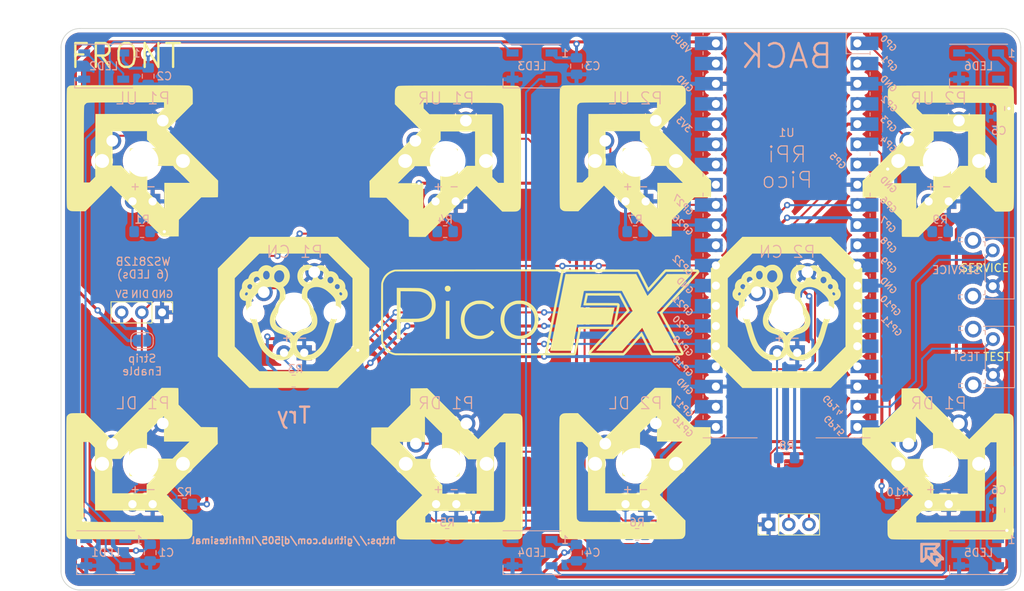
<source format=kicad_pcb>
(kicad_pcb (version 20211014) (generator pcbnew)
  (layers (0 "F.Cu" signal) (31 "B.Cu" signal) (34 "B.Paste" user) (35 "F.Paste" user) (36 "B.SilkS" user "B.Silkscreen") (37 "F.SilkS" user "F.Silkscreen") (38 "B.Mask" user) (39 "F.Mask" user) (44 "Edge.Cuts" user))
  (net 0 "")
  (net 1 "+5V")
  (net 2 "GND")
  (net 3 "P1 UL")
  (net 4 "P1 UL LED")
  (net 5 "P1 DL")
  (net 6 "P1 DL LED")
  (net 7 "P1 CN LED")
  (net 8 "P1 UR")
  (net 9 "P1 UR LED")
  (net 10 "P1 DR")
  (net 11 "P1 DR LED")
  (net 12 "P2 UL")
  (net 13 "P2 UL LED")
  (net 14 "P2 DL")
  (net 15 "P2 DL LED")
  (net 16 "P2 CN LED")
  (net 17 "P2 UR")
  (net 18 "P2 UR LED")
  (net 19 "P2 DR")
  (net 20 "P2 DR LED")
  (net 28 "P2 CN")
  (net 29 "P1 CN")
  (net 32 "SERVICE")
  (net 33 "TEST")
  (net 34 "WS2812B DIN")
  (net 35 "Net-(MX1-Pad3)")
  (net 36 "Net-(MX2-Pad3)")
  (net 37 "Net-(MX3-Pad3)")
  (net 38 "Net-(MX4-Pad3)")
  (net 39 "Net-(MX5-Pad3)")
  (net 40 "Net-(MX6-Pad3)")
  (net 41 "Net-(MX7-Pad3)")
  (net 42 "Net-(MX8-Pad3)")
  (net 43 "Net-(MX9-Pad3)")
  (net 44 "Net-(MX10-Pad3)")
  (net 46 "WS2812B 1-2")
  (net 47 "WS2812B 2-3")
  (net 48 "WS2812B 3-4")
  (net 49 "WS2812B 4-5")
  (net 50 "WS2812B 5-6")
  (footprint "MX_Only:MXOnly-1U" (layer "F.Cu") (at 192.0875 114.3)
    (fp_text reference "MX10")
    (fp_text value "MX-LED")
  )
  (footprint "LogoFootprints:PicoFX" (layer "F.Cu") (at 141.986 95.25)
    (fp_text reference "G***" hide)
    (fp_text value "LOGO" hide)
  )
  (footprint "MX_Only:MXOnly-1U" (layer "F.Cu") (at 92.00525 114.3)
    (fp_text reference "MX1")
    (fp_text value "MX-LED")
  )
  (footprint "MX_Only:MXOnly-1U" (layer "F.Cu") (at 111.05525 95.25)
    (fp_text reference "MX3")
    (fp_text value "MX-LED")
  )
  (footprint "LogoFootprints:Arrow_19_05mm" (layer "F.Cu") (at 153.924 114.3 180)
    (fp_text reference "G***" hide)
    (fp_text value "LOGO" hide)
  )
  (footprint "Connector_PinHeader_2.54mm:PinHeader_1x03_P2.54mm_Vertical" (layer "F.Cu") (at 170.703 121.92 90)
    (fp_text reference "REF**" hide)
    (fp_text value "PinHeader_1x03_P2.54mm_Vertical" hide)
  )
  (footprint "LogoFootprints:CenterStep" (layer "F.Cu") (at 172.974 95.25)
    (fp_text reference "G***" hide)
    (fp_text value "LOGO" hide)
  )
  (footprint "MX_Only:MXOnly-1U" (layer "F.Cu") (at 153.9875 76.2)
    (fp_text reference "MX7")
    (fp_text value "MX-LED")
  )
  (footprint "LogoFootprints:Arrow_19_05mm" (layer "F.Cu") (at 192.024 114.3 -90)
    (fp_text reference "G***" hide)
    (fp_text value "LOGO" hide)
  )
  (footprint "Connector_PinHeader_2.54mm:PinHeader_1x03_P2.54mm_Vertical" (layer "F.Cu") (at 94.45625 95.25 -90)
    (fp_text reference "REF**" hide)
    (fp_text value "PinHeader_1x03_P2.54mm_Vertical" hide)
  )
  (footprint "LogoFootprints:Arrow_19_05mm" (layer "F.Cu") (at 130.048 76.2)
    (fp_text reference "G***" hide)
    (fp_text value "LOGO" hide)
  )
  (footprint "LogoFootprints:Arrow_19_05mm" (layer "F.Cu") (at 91.948 114.3 180)
    (fp_text reference "G***" hide)
    (fp_text value "LOGO" hide)
  )
  (footprint "MX_Only:MXOnly-1U" (layer "F.Cu") (at 173.0375 95.25)
    (fp_text reference "MX8")
    (fp_text value "MX-LED")
  )
  (footprint "LogoFootprints:Arrow_19_05mm" (layer "F.Cu") (at 153.924 76.2 90)
    (fp_text reference "G***" hide)
    (fp_text value "LOGO" hide)
  )
  (footprint "LogoFootprints:Arrow_19_05mm" (layer "F.Cu") (at 91.948 76.2 90)
    (fp_text reference "G***" hide)
    (fp_text value "LOGO" hide)
  )
  (footprint "MX_Only:MXOnly-1U" (layer "F.Cu") (at 130.175 114.3)
    (fp_text reference "MX5")
    (fp_text value "MX-LED")
  )
  (footprint "LogoFootprints:CenterStep" (layer "F.Cu") (at 110.998 95.25)
    (fp_text reference "G***" hide)
    (fp_text value "LOGO" hide)
  )
  (footprint "MX_Only:MXOnly-1U" (layer "F.Cu") (at 92.00525 76.2)
    (fp_text reference "MX2")
    (fp_text value "MX-LED")
  )
  (footprint "MX_Only:MXOnly-1U" (layer "F.Cu") (at 153.9875 114.3)
    (fp_text reference "MX6")
    (fp_text value "MX-LED")
  )
  (footprint "MX_Only:MXOnly-1U" (layer "F.Cu") (at 130.10525 76.2)
    (fp_text reference "MX4")
    (fp_text value "MX-LED")
  )
  (footprint "LogoFootprints:Arrow_19_05mm" (layer "F.Cu") (at 130.302 114.3 -90)
    (fp_text reference "G***" hide)
    (fp_text value "LOGO" hide)
  )
  (footprint "MX_Only:MXOnly-1U" (layer "F.Cu") (at 192.0875 76.2)
    (fp_text reference "MX9")
    (fp_text value "MX-LED")
  )
  (footprint "LogoFootprints:Arrow_19_05mm" (layer "F.Cu") (at 192.024 76.2)
    (fp_text reference "G***" hide)
    (fp_text value "LOGO" hide)
  )
  (footprint "LED_SMD:LED_WS2812B_PLCC4_5.0x5.0mm_P3.2mm" (layer "B.Cu") (at 140.97 64.262 180)
    (fp_text reference "LED3")
    (fp_text value "WS2812B")
  )
  (footprint "LogoFootprints:InfinitesimalLoop_18mm" (layer "B.Cu") (at 110.998 114.046 180)
    (fp_text reference "G***" hide)
    (fp_text value "LOGO" hide)
  )
  (footprint "LogoFootprints:Arrow_3mm" (layer "B.Cu") (at 191.262 125.73 180)
    (fp_text reference "G***" hide)
    (fp_text value "LOGO" hide)
  )
  (footprint "Jumper:SolderJumper-2_P1.3mm_Open_RoundedPad1.0x1.5mm" (layer "B.Cu") (at 91.948 98.806 180)
    (fp_text reference "REF**" hide)
    (fp_text value "SolderJumper-2_P1.3mm_Open_RoundedPad1.0x1.5mm" hide)
  )
  (footprint "Capacitor_SMD:C_0805_2012Metric_Pad1.18x1.45mm_HandSolder" (layer "B.Cu") (at 92.964 125.476 -90)
    (fp_text reference "C1")
    (fp_text value "1000uF")
  )
  (footprint "Resistor_SMD:R_0805_2012Metric_Pad1.20x1.40mm_HandSolder" (layer "B.Cu") (at 154.178 123.19 180)
    (fp_text reference "R6")
    (fp_text value "330Ω")
  )
  (footprint "Capacitor_SMD:C_0805_2012Metric_Pad1.18x1.45mm_HandSolder" (layer "B.Cu") (at 92.71 65.532 -90)
    (fp_text reference "C2")
    (fp_text value "1000uF")
  )
  (footprint "Resistor_SMD:R_0805_2012Metric_Pad1.20x1.40mm_HandSolder" (layer "B.Cu") (at 172.974 113.538 180)
    (fp_text reference "R8")
    (fp_text value "330Ω")
  )
  (footprint "Resistor_SMD:R_0805_2012Metric_Pad1.20x1.40mm_HandSolder" (layer "B.Cu") (at 192.278 85.09)
    (fp_text reference "R9")
    (fp_text value "330Ω")
  )
  (footprint "LED_SMD:LED_WS2812B_PLCC4_5.0x5.0mm_P3.2mm" (layer "B.Cu") (at 140.97 125.476 180)
    (fp_text reference "LED4")
    (fp_text value "WS2812B")
  )
  (footprint "Resistor_SMD:R_0805_2012Metric_Pad1.20x1.40mm_HandSolder" (layer "B.Cu") (at 186.944 119.38)
    (fp_text reference "R10")
    (fp_text value "330Ω")
  )
  (footprint "MCU_RaspberryPi_and_Boards:RPi_Pico_SMD_TH" (layer "B.Cu") (at 172.96775 85.532998 180)
    (fp_text reference "U1")
    (fp_text value "Pico")
  )
  (footprint "LED_SMD:LED_WS2812B_PLCC4_5.0x5.0mm_P3.2mm" (layer "B.Cu") (at 197.104 64.262 180)
    (fp_text reference "LED6")
    (fp_text value "WS2812B")
  )
  (footprint "Capacitor_SMD:C_0805_2012Metric_Pad1.18x1.45mm_HandSolder" (layer "B.Cu") (at 146.558 125.476 -90)
    (fp_text reference "C4")
    (fp_text value "1000uF")
  )
  (footprint "LED_SMD:LED_WS2812B_PLCC4_5.0x5.0mm_P3.2mm" (layer "B.Cu") (at 87.122 64.262 180)
    (fp_text reference "LED2")
    (fp_text value "WS2812B")
  )
  (footprint "Resistor_SMD:R_0805_2012Metric_Pad1.20x1.40mm_HandSolder" (layer "B.Cu") (at 97.282 119.38 180)
    (fp_text reference "R2")
    (fp_text value "330Ω")
  )
  (footprint "Button_Switch_THT:SW_Tactile_SPST_Angled_PTS645Vx39-2LFS" (layer "B.Cu") (at 198.882 91.948 90)
    (fp_text reference "REF**" hide)
    (fp_text value "SW_Tactile_SPST_Angled_PTS645Vx39-2LFS")
  )
  (footprint "Resistor_SMD:R_0805_2012Metric_Pad1.20x1.40mm_HandSolder" (layer "B.Cu") (at 130.048 85.09)
    (fp_text reference "R4")
    (fp_text value "330Ω")
  )
  (footprint "Resistor_SMD:R_0805_2012Metric_Pad1.20x1.40mm_HandSolder" (layer "B.Cu") (at 153.924 85.09 180)
    (fp_text reference "R7")
    (fp_text value "330Ω")
  )
  (footprint "Button_Switch_THT:SW_Tactile_SPST_Angled_PTS645Vx39-2LFS" (layer "B.Cu") (at 198.9155 103.113 90)
    (fp_text reference "REF**" hide)
    (fp_text value "SW_Tactile_SPST_Angled_PTS645Vx39-2LFS")
  )
  (footprint "Capacitor_SMD:C_0805_2012Metric_Pad1.18x1.45mm_HandSolder" (layer "B.Cu") (at 199.644 69.596 -90)
    (fp_text reference "C5")
    (fp_text value "1000uF")
  )
  (footprint "Capacitor_SMD:C_0805_2012Metric_Pad1.18x1.45mm_HandSolder" (layer "B.Cu") (at 199.644 120.142 90)
    (fp_text reference "C6")
    (fp_text value "1000uF")
  )
  (footprint "Resistor_SMD:R_0805_2012Metric_Pad1.20x1.40mm_HandSolder" (layer "B.Cu") (at 110.998 103.886)
    (fp_text reference "R3")
    (fp_text value "330Ω")
  )
  (footprint "LED_SMD:LED_WS2812B_PLCC4_5.0x5.0mm_P3.2mm" (layer "B.Cu") (at 87.376 125.476 180)
    (fp_text reference "LED1")
    (fp_text value "WS2812B")
  )
  (footprint "Capacitor_SMD:C_0805_2012Metric_Pad1.18x1.45mm_HandSolder" (layer "B.Cu") (at 146.558 64.262 -90)
    (fp_text reference "C3")
    (fp_text value "1000uF")
  )
  (footprint "LED_SMD:LED_WS2812B_PLCC4_5.0x5.0mm_P3.2mm" (layer "B.Cu") (at 197.104 125.476 180)
    (fp_text reference "LED5")
    (fp_text value "WS2812B")
  )
  (footprint "Resistor_SMD:R_0805_2012Metric_Pad1.20x1.40mm_HandSolder" (layer "B.Cu") (at 91.948 85.09 180)
    (fp_text reference "R1")
    (fp_text value "330Ω")
  )
  (footprint "LogoFootprints:InfinitesimalLogo_18mm" (layer "B.Cu") (at 110.998 120.65 180)
    (fp_text reference "G***" hide)
    (fp_text value "LOGO" hide)
  )
  (footprint "Resistor_SMD:R_0805_2012Metric_Pad1.20x1.40mm_HandSolder" (layer "B.Cu") (at 130.302 123.19 180)
    (fp_text reference "R5")
    (fp_text value "330Ω")
  )
  (gr_line (start 84.1375 59.53125) (end 200.025 59.53125) (layer "Edge.Cuts") (width 0.1))
  (gr_line (start 81.75625 127.79375) (end 81.75625 61.9125) (layer "Edge.Cuts") (width 0.1))
  (gr_arc (start 81.75625 61.9125) (mid 82.453702 60.228702) (end 84.1375 59.53125) (layer "Edge.Cuts") (width 0.1))
  (gr_arc (start 200.025 59.53125) (mid 201.708798 60.228702) (end 202.40625 61.9125) (layer "Edge.Cuts") (width 0.1))
  (gr_line (start 200.025 130.175) (end 84.1375 130.175) (layer "Edge.Cuts") (width 0.1))
  (gr_arc (start 84.1375 130.175) (mid 82.453702 129.477548) (end 81.75625 127.79375) (layer "Edge.Cuts") (width 0.1))
  (gr_line (start 202.40625 61.9125) (end 202.40625 127.79375) (layer "Edge.Cuts") (width 0.1))
  (gr_arc (start 202.40625 127.79375) (mid 201.708798 129.477548) (end 200.025 130.175) (layer "Edge.Cuts") (width 0.1))
  (gr_text "- +" (at 153.9875 117.475) (layer "B.SilkS") (effects (font (size 1 1)) (justify mirror)))
  (gr_text "P2 UL" (at 153.9875 68.326) (layer "B.SilkS") (effects (font (size 1.5 1.5)) (justify mirror)))
  (gr_text "P1 DR" (at 130.175 106.68) (layer "B.SilkS") (effects (font (size 1.5 1.5)) (justify mirror)))
  (gr_text "- +" (at 130.175 117.475) (layer "B.SilkS") (effects (font (size 1 1)) (justify mirror)))
  (gr_text "GP15" (at 178.962 109.474 -225) (layer "B.SilkS") (effects (font (size 0.8 0.8)) (justify mirror)))
  (gr_text "- +" (at 130.175 79.375) (layer "B.SilkS") (effects (font (size 1 1)) (justify mirror)))
  (gr_text "- +" (at 111.125 98.425) (layer "B.SilkS") (effects (font (size 1 1)) (justify mirror)))
  (gr_text "SERVICE" (at 194.31 89.916) (layer "B.SilkS") (effects (font (size 1 1)) (justify mirror)))
  (gr_text "- +" (at 192.0875 117.475) (layer "B.SilkS") (effects (font (size 1 1)) (justify mirror)))
  (gr_text "https://github.com/dj505/Infinitesimal\n" (at 110.998 123.952) (layer "B.SilkS") (effects (font (size 0.85 0.85) (thickness 0.1875)) (justify mirror)))
  (gr_text "GP14" (at 178.816 106.934 -225) (layer "B.SilkS") (effects (font (size 0.8 0.8)) (justify mirror)))
  (gr_text "WS2812B\n(6 LEDs)" (at 92.075 89.662) (layer "B.SilkS") (effects (font (size 1 1)) (justify mirror)))
  (gr_text "P2 CN" (at 173.0375 87.63) (layer "B.SilkS") (effects (font (size 1.5 1.5)) (justify mirror)))
  (gr_text "P2 UR" (at 192.0875 68.326) (layer "B.SilkS") (effects (font (size 1.5 1.5)) (justify mirror)))
  (gr_text "P1 UL" (at 92.075 68.326) (layer "B.SilkS") (effects (font (size 1.5 1.5)) (justify mirror)))
  (gr_text "DIN\n" (at 91.694 92.964) (layer "B.SilkS") (effects (font (size 0.9 0.9)) (justify mirror)))
  (gr_text "P1 UR" (at 130.175 68.326) (layer "B.SilkS") (effects (font (size 1.5 1.5)) (justify mirror)))
  (gr_text "- +" (at 92.075 79.375) (layer "B.SilkS") (effects (font (size 1 1)) (justify mirror)))
  (gr_text "BACK" (at 172.974 62.992) (layer "B.SilkS") (effects (font (size 3 3) (thickness 0.3)) (justify mirror)))
  (gr_text "Strip\nEnable" (at 91.948 101.854) (layer "B.SilkS") (effects (font (size 1 1)) (justify mirror)))
  (gr_text "- +" (at 92.075 117.475) (layer "B.SilkS") (effects (font (size 1 1)) (justify mirror)))
  (gr_text "TEST" (at 195.58 100.838) (layer "B.SilkS") (effects (font (size 1 1)) (justify mirror)))
  (gr_text "Try" (at 110.998 108.204) (layer "B.SilkS") (effects (font (size 2 2) (thickness 0.3)) (justify mirror)))
  (gr_text "- +" (at 173.0375 98.425) (layer "B.SilkS") (effects (font (size 1 1)) (justify mirror)))
  (gr_text "P1 CN" (at 111.125 87.63) (layer "B.SilkS") (effects (font (size 1.5 1.5)) (justify mirror)))
  (gr_text "5V" (at 89.408 92.964) (layer "B.SilkS") (effects (font (size 0.9 0.9)) (justify mirror)))
  (gr_text "- +" (at 153.9875 79.375) (layer "B.SilkS") (effects (font (size 1 1)) (justify mirror)))
  (gr_text "P2 DL" (at 153.9875 106.68) (layer "B.SilkS") (effects (font (size 1.5 1.5)) (justify mirror)))
  (gr_text "P1 DR" (at 192.0875 106.68) (layer "B.SilkS") (effects (font (size 1.5 1.5)) (justify mirror)))
  (gr_text "- +" (at 192.0875 79.375) (layer "B.SilkS") (effects (font (size 1 1)) (justify mirror)))
  (gr_text "P1 DL" (at 92.075 106.68) (layer "B.SilkS") (effects (font (size 1.5 1.5)) (justify mirror)))
  (gr_text "RPi\nPico" (at 173.0375 76.99375) (layer "B.SilkS") (effects (font (size 2 2)) (justify mirror)))
  (gr_text "GND" (at 94.488 92.964) (layer "B.SilkS") (effects (font (size 0.9 0.9)) (justify mirror)))
  (gr_text "FRONT" (at 89.916 62.992) (layer "F.SilkS") (effects (font (size 3 3) (thickness 0.3))))
  (gr_text "TEST" (at 199.39 100.838) (layer "F.SilkS") (effects (font (size 1 1))))
  (gr_text "SERVICE" (at 197.866 89.662) (layer "F.SilkS") (effects (font (size 1 1))))
  (segment (start 83.566 122.682) (end 83.566 97.536) (width 0.381) (layer "F.Cu") (net 1))
  (segment (start 199.39 128.524) (end 200.66 127.254) (width 0.381) (layer "F.Cu") (net 1))
  (segment (start 93.218 61.214) (end 85.852 61.214) (width 0.381) (layer "F.Cu") (net 1))
  (segment (start 91.186 125.222) (end 86.106 125.222) (width 0.381) (layer "F.Cu") (net 1))
  (segment (start 200.914 78.232) (end 194.31 84.836) (width 0.381) (layer "F.Cu") (net 1))
  (segment (start 86.106 125.222) (end 83.566 122.682) (width 0.381) (layer "F.Cu") (net 1))
  (segment (start 141.859 128.524) (end 85.09 128.524) (width 0.381) (layer "F.Cu") (net 1))
  (segment (start 144.907 125.476) (end 141.859 128.524) (width 0.381) (layer "F.Cu") (net 1))
  (segment (start 146.558 61.468) (end 146.812 61.214) (width 0.381) (layer "F.Cu") (net 1))
  (segment (start 200.914 69.596) (end 200.914 78.232) (width 0.381) (layer "F.Cu") (net 1))
  (segment (start 85.09 128.524) (end 83.566 127) (width 0.381) (layer "F.Cu") (net 1))
  (segment (start 146.558 61.468) (end 146.304 61.214) (width 0.381) (layer "F.Cu") (net 1))
  (segment (start 163.888752 61.214) (end 164.07775 61.402998) (width 0.381) (layer "F.Cu") (net 1))
  (segment (start 86.36 94.996) (end 83.566 92.202) (width 0.381) (layer "F.Cu") (net 1))
  (segment (start 146.812 61.214) (end 163.888752 61.214) (width 0.381) (layer "F.Cu") (net 1))
  (segment (start 83.566 63.5) (end 83.566 92.202) (width 0.381) (layer "F.Cu") (net 1))
  (segment (start 146.304 61.214) (end 93.218 61.214) (width 0.381) (layer "F.Cu") (net 1))
  (segment (start 83.566 127) (end 83.566 122.682) (width 0.381) (layer "F.Cu") (net 1))
  (segment (start 83.566 92.202) (end 83.566 97.536) (width 0.381) (layer "F.Cu") (net 1))
  (segment (start 200.66 112.014) (end 200.66 122.682) (width 0.381) (layer "F.Cu") (net 1))
  (segment (start 92.71 62.738) (end 94.234 61.214) (width 0.381) (layer "F.Cu") (net 1))
  (segment (start 200.66 125.476) (end 200.66 122.682) (width 0.381) (layer "F.Cu") (net 1))
  (segment (start 85.852 61.214) (end 83.566 63.5) (width 0.381) (layer "F.Cu") (net 1))
  (segment (start 145.034 125.476) (end 144.907 125.476) (width 0.381) (layer "F.Cu") (net 1))
  (segment (start 139.954 128.524) (end 199.39 128.524) (width 0.381) (layer "F.Cu") (net 1))
  (segment (start 94.234 61.214) (end 93.218 61.214) (width 0.381) (layer "F.Cu") (net 1))
  (segment (start 200.66 127.254) (end 200.66 125.222) (width 0.381) (layer "F.Cu") (net 1))
  (segment (start 194.31 105.664) (end 200.66 112.014) (width 0.381) (layer "F.Cu") (net 1))
  (segment (start 194.31 84.836) (end 194.31 105.664) (width 0.381) (layer "F.Cu") (net 1))
  (via (at 145.034 125.476) (size 0.8) (drill 0.4) (layers "F.Cu" "B.Cu") (net 1))
  (via (at 200.914 69.596) (size 0.8) (drill 0.4) (layers "F.Cu" "B.Cu") (net 1))
  (via (at 92.71 62.738) (size 0.8) (drill 0.4) (layers "F.Cu" "B.Cu") (net 1))
  (via (at 86.36 94.996) (size 0.8) (drill 0.4) (layers "F.Cu" "B.Cu") (net 1))
  (via (at 146.558 61.468) (size 0.8) (drill 0.4) (layers "F.Cu" "B.Cu") (net 1))
  (via (at 200.66 122.682) (size 0.8) (drill 0.4) (layers "F.Cu" "B.Cu") (net 1))
  (via (at 91.186 125.222) (size 0.8) (drill 0.4) (layers "F.Cu" "B.Cu") (net 1))
  (segment (start 200.66 122.682) (end 200.66 122.1955) (width 0.381) (layer "B.Cu") (net 1))
  (segment (start 90.17 98.806) (end 91.298 98.806) (width 0.381) (layer "B.Cu") (net 1))
  (segment (start 92.2235 123.698) (end 89.954 123.698) (width 0.381) (layer "B.Cu") (net 1))
  (segment (start 92.202 97.282) (end 92.598 97.678) (width 0.381) (layer "B.Cu") (net 1))
  (segment (start 199.644 68.5585) (end 201.168 67.0345) (width 0.381) (layer "B.Cu") (net 1))
  (segment (start 146.558 63.2245) (end 144.0325 63.2245) (width 0.381) (layer "B.Cu") (net 1))
  (segment (start 144.0325 124.4385) (end 143.42 123.826) (width 0.381) (layer "B.Cu") (net 1))
  (segment (start 201.168 64.226) (end 199.554 62.612) (width 0.381) (layer "B.Cu") (net 1))
  (segment (start 146.558 61.468) (end 146.558 63.2245) (width 0.381) (layer "B.Cu") (net 1))
  (segment (start 92.598 97.678) (end 92.598 98.806) (width 0.381) (layer "B.Cu") (net 1))
  (segment (start 89.572 63.664) (end 90.424 64.516) (width 0.381) (layer "B.Cu") (net 1))
  (segment (start 199.644 123.736) (end 199.554 123.826) (width 0.381) (layer "B.Cu") (net 1))
  (segment (start 199.644 121.1795) (end 199.644 123.736) (width 0.381) (layer "B.Cu") (net 1))
  (segment (start 92.71 62.738) (end 92.71 64.4945) (width 0.381) (layer "B.Cu") (net 1))
  (segment (start 144.0325 63.2245) (end 143.42 62.612) (width 0.381) (layer "B.Cu") (net 1))
  (segment (start 89.37625 96.74225) (end 89.916 97.282) (width 0.381) (layer "B.Cu") (net 1))
  (segment (start 89.572 62.612) (end 89.572 63.664) (width 0.381) (layer "B.Cu") (net 1))
  (segment (start 90.424 64.516) (end 92.4775 64.516) (width 0.381) (layer "B.Cu") (net 1))
  (segment (start 91.186 125.222) (end 92.1805 125.222) (width 0.381) (layer "B.Cu") (net 1))
  (segment (start 145.5205 125.476) (end 146.558 124.4385) (width 0.381) (layer "B.Cu") (net 1))
  (segment (start 200.66 122.1955) (end 199.644 121.1795) (width 0.381) (layer "B.Cu") (net 1))
  (segment (start 89.954 123.698) (end 89.826 123.826) (width 0.381) (layer "B.Cu") (net 1))
  (segment (start 86.36 94.996) (end 90.17 98.806) (width 0.381) (layer "B.Cu") (net 1))
  (segment (start 92.964 124.4385) (end 92.2235 123.698) (width 0.381) (layer "B.Cu") (net 1))
  (segment (start 201.168 67.0345) (end 201.168 64.226) (width 0.381) (layer "B.Cu") (net 1))
  (segment (start 146.558 124.4385) (end 144.0325 124.4385) (width 0.381) (layer "B.Cu") (net 1))
  (segment (start 200.6815 69.596) (end 199.644 68.5585) (width 0.381) (layer "B.Cu") (net 1))
  (segment (start 89.37625 95.25) (end 89.37625 96.74225) (width 0.381) (layer "B.Cu") (net 1))
  (segment (start 92.1805 125.222) (end 92.964 124.4385) (width 0.381) (layer "B.Cu") (net 1))
  (segment (start 145.034 125.476) (end 145.5205 125.476) (width 0.381) (layer "B.Cu") (net 1))
  (segment (start 89.916 97.282) (end 92.202 97.282) (width 0.381) (layer "B.Cu") (net 1))
  (segment (start 200.914 69.596) (end 200.6815 69.596) (width 0.381) (layer "B.Cu") (net 1))
  (segment (start 88.19525 111.44875) (end 88.19525 111.567998) (width 0.254) (layer "F.Cu") (net 3))
  (segment (start 123.825 95.25) (end 142.494 95.25) (width 0.254) (layer "F.Cu") (net 3))
  (segment (start 116.459 102.616) (end 97.028 102.616) (width 0.254) (layer "F.Cu") (net 3))
  (segment (start 119.0625 100.0125) (end 116.459 102.616) (width 0.254) (layer "F.Cu") (net 3))
  (segment (start 97.028 102.616) (end 88.19525 111.44875) (width 0.254) (layer "F.Cu") (net 3))
  (via (at 123.825 95.25) (size 0.8) (drill 0.4) (layers "F.Cu" "B.Cu") (net 3))
  (via (at 142.494 95.25) (size 0.8) (drill 0.4) (layers "F.Cu" "B.Cu") (net 3))
  (via (at 119.0625 100.0125) (size 0.8) (drill 0.4) (layers "F.Cu" "B.Cu") (net 3))
  (segment (start 119.0625 100.0125) (end 123.825 95.25) (width 0.254) (layer "B.Cu") (net 3))
  (segment (start 163.250748 95.25) (end 164.07775 94.422998) (width 0.254) (layer "B.Cu") (net 3))
  (segment (start 142.494 95.25) (end 163.250748 95.25) (width 0.254) (layer "B.Cu") (net 3))
  (segment (start 125.287002 96.962998) (end 142.494 96.962998) (width 0.381) (layer "F.Cu") (net 4))
  (segment (start 118.618 103.632) (end 120.65 101.6) (width 0.381) (layer "F.Cu") (net 4))
  (segment (start 103.139875 103.632) (end 118.618 103.632) (width 0.381) (layer "F.Cu") (net 4))
  (segment (start 100.076 106.695875) (end 103.139875 103.632) (width 0.381) (layer "F.Cu") (net 4))
  (segment (start 100.076 119.38) (end 100.076 106.695875) (width 0.381) (layer "F.Cu") (net 4))
  (via (at 100.076 119.38) (size 0.8) (drill 0.4) (layers "F.Cu" "B.Cu") (net 4))
  (via (at 120.65 101.6) (size 0.8) (drill 0.4) (layers "F.Cu" "B.Cu") (net 4))
  (via (at 142.494 96.962998) (size 0.8) (drill 0.4) (layers "F.Cu" "B.Cu") (net 4))
  (via (at 125.287002 96.962998) (size 0.8) (drill 0.4) (layers "F.Cu" "B.Cu") (net 4))
  (segment (start 120.65 101.6) (end 125.287002 96.962998) (width 0.381) (layer "B.Cu") (net 4))
  (segment (start 100.076 119.38) (end 98.282 119.38) (width 0.381) (layer "B.Cu") (net 4))
  (segment (start 142.494 96.962998) (end 164.07775 96.962998) (width 0.381) (layer "B.Cu") (net 4))
  (segment (start 88.638248 73.025) (end 88.19525 73.467998) (width 0.254) (layer "F.Cu") (net 5))
  (segment (start 115.8875 86.51875) (end 111.125 86.51875) (width 0.254) (layer "F.Cu") (net 5))
  (segment (start 120.396 94.488) (end 120.396 91.02725) (width 0.254) (layer "F.Cu") (net 5))
  (segment (start 97.63125 73.025) (end 88.638248 73.025) (width 0.254) (layer "F.Cu") (net 5))
  (segment (start 125.12675 99.21875) (end 120.396 94.488) (width 0.254) (layer "F.Cu") (net 5))
  (segment (start 120.396 91.02725) (end 115.8875 86.51875) (width 0.254) (layer "F.Cu") (net 5))
  (segment (start 111.125 86.51875) (end 97.63125 73.025) (width 0.254) (layer "F.Cu") (net 5))
  (segment (start 142.494 99.21875) (end 125.12675 99.21875) (width 0.254) (layer "F.Cu") (net 5))
  (via (at 142.494 99.21875) (size 0.8) (drill 0.4) (layers "F.Cu" "B.Cu") (net 5))
  (segment (start 142.494 99.21875) (end 163.793502 99.21875) (width 0.254) (layer "B.Cu") (net 5))
  (segment (start 163.793502 99.21875) (end 164.07775 99.502998) (width 0.254) (layer "B.Cu") (net 5))
  (segment (start 125.4125 100.80625) (end 142.494 100.80625) (width 0.381) (layer "F.Cu") (net 6))
  (segment (start 94.742 85.09) (end 107.95 85.09) (width 0.381) (layer "F.Cu") (net 6))
  (segment (start 119.38 91.44) (end 119.38 94.77375) (width 0.381) (layer "F.Cu") (net 6))
  (segment (start 110.49 87.63) (end 115.57 87.63) (width 0.381) (layer "F.Cu") (net 6))
  (segment (start 119.38 94.77375) (end 125.4125 100.80625) (width 0.381) (layer "F.Cu") (net 6))
  (segment (start 107.95 85.09) (end 110.49 87.63) (width 0.381) (layer "F.Cu") (net 6))
  (segment (start 115.57 87.63) (end 119.38 91.44) (width 0.381) (layer "F.Cu") (net 6))
  (via (at 142.494 100.80625) (size 0.8) (drill 0.4) (layers "F.Cu" "B.Cu") (net 6))
  (via (at 94.742 85.09) (size 0.8) (drill 0.4) (layers "F.Cu" "B.Cu") (net 6))
  (segment (start 142.494 100.80625) (end 158.75 100.80625) (width 0.381) (layer "B.Cu") (net 6))
  (segment (start 94.742 85.09) (end 92.948 85.09) (width 0.381) (layer "B.Cu") (net 6))
  (segment (start 158.75 100.80625) (end 159.986748 102.042998) (width 0.381) (layer "B.Cu") (net 6))
  (segment (start 159.986748 102.042998) (end 164.07775 102.042998) (width 0.381) (layer "B.Cu") (net 6))
  (segment (start 178.816 111.252) (end 178.816 102.616) (width 0.381) (layer "F.Cu") (net 7))
  (segment (start 161.036 126.492) (end 171.958 115.57) (width 0.381) (layer "F.Cu") (net 7))
  (segment (start 171.958 113.538) (end 172.466 113.03) (width 0.381) (layer "F.Cu") (net 7))
  (segment (start 107.696 98.298) (end 107.95 98.552) (width 0.381) (layer "F.Cu") (net 7))
  (segment (start 150.368 126.492) (end 161.036 126.492) (width 0.381) (layer "F.Cu") (net 7))
  (segment (start 122.682 117.12575) (end 127.98425 122.428) (width 0.381) (layer "F.Cu") (net 7))
  (segment (start 172.466 113.03) (end 177.038 113.03) (width 0.381) (layer "F.Cu") (net 7))
  (segment (start 122.682 100.584) (end 122.682 117.12575) (width 0.381) (layer "F.Cu") (net 7))
  (segment (start 107.95 98.552) (end 120.65 98.552) (width 0.381) (layer "F.Cu") (net 7))
  (segment (start 120.65 98.552) (end 122.682 100.584) (width 0.381) (layer "F.Cu") (net 7))
  (segment (start 171.958 115.57) (end 171.958 113.538) (width 0.381) (layer "F.Cu") (net 7))
  (segment (start 177.038 113.03) (end 178.816 111.252) (width 0.381) (layer "F.Cu") (net 7))
  (segment (start 127.98425 122.428) (end 146.304 122.428) (width 0.381) (layer "F.Cu") (net 7))
  (segment (start 179.324 99.496748) (end 181.85775 96.962998) (width 0.381) (layer "F.Cu") (net 7))
  (segment (start 179.324 102.108) (end 179.324 99.496748) (width 0.381) (layer "F.Cu") (net 7))
  (segment (start 178.816 102.616) (end 179.324 102.108) (width 0.381) (layer "F.Cu") (net 7))
  (segment (start 146.304 122.428) (end 150.368 126.492) (width 0.381) (layer "F.Cu") (net 7))
  (via (at 107.696 98.298) (size 0.8) (drill 0.4) (layers "F.Cu" "B.Cu") (net 7))
  (segment (start 107.696 98.298) (end 107.696 101.584) (width 0.381) (layer "B.Cu") (net 7))
  (segment (start 107.696 101.584) (end 109.998 103.886) (width 0.381) (layer "B.Cu") (net 7))
  (segment (start 152.43175 121.44375) (end 158.607125 121.44375) (width 0.254) (layer "F.Cu") (net 8))
  (segment (start 158.607125 121.44375) (end 165.89375 114.157125) (width 0.254) (layer "F.Cu") (net 8))
  (segment (start 147.574 116.586) (end 152.43175 121.44375) (width 0.254) (layer "F.Cu") (net 8))
  (segment (start 126.29525 73.66) (end 126.54925 73.406) (width 0.254) (layer "F.Cu") (net 8))
  (segment (start 126.54925 73.406) (end 140.462 73.406) (width 0.254) (layer "F.Cu") (net 8))
  (segment (start 165.89375 114.157125) (end 165.89375 88.9) (width 0.254) (layer "F.Cu") (net 8))
  (segment (start 165.89375 88.9) (end 173.0375 81.75625) (width 0.254) (layer "F.Cu") (net 8))
  (segment (start 147.574 80.518) (end 147.574 116.586) (width 0.254) (layer "F.Cu") (net 8))
  (segment (start 140.462 73.406) (end 147.574 80.518) (width 0.254) (layer "F.Cu") (net 8))
  (via (at 173.0375 81.75625) (size 0.8) (drill 0.4) (layers "F.Cu" "B.Cu") (net 8))
  (segment (start 173.0375 81.75625) (end 181.824498 81.75625) (width 0.254) (layer "B.Cu") (net 8))
  (segment (start 181.824498 81.75625) (end 181.85775 81.722998) (width 0.254) (layer "B.Cu") (net 8))
  (segment (start 159.004 122.428) (end 167.132 114.3) (width 0.381) (layer "F.Cu") (net 9))
  (segment (start 167.132 103.954225) (end 166.641999 103.464224) (width 0.381) (layer "F.Cu") (net 9))
  (segment (start 144.526 78.994) (end 146.558 81.026) (width 0.381) (layer "F.Cu") (net 9))
  (segment (start 166.641999 89.739251) (end 173.0375 83.34375) (width 0.381) (layer "F.Cu") (net 9))
  (segment (start 146.558 81.026) (end 146.558 116.84) (width 0.381) (layer "F.Cu") (net 9))
  (segment (start 166.641999 103.464224) (end 166.641999 89.739251) (width 0.381) (layer "F.Cu") (net 9))
  (segment (start 167.132 114.3) (end 167.132 103.954225) (width 0.381) (layer "F.Cu") (net 9))
  (segment (start 152.146 122.428) (end 159.004 122.428) (width 0.381) (layer "F.Cu") (net 9))
  (segment (start 146.558 116.84) (end 152.146 122.428) (width 0.381) (layer "F.Cu") (net 9))
  (segment (start 126.746 78.994) (end 144.526 78.994) (width 0.381) (layer "F.Cu") (net 9))
  (via (at 173.0375 83.34375) (size 0.8) (drill 0.4) (layers "F.Cu" "B.Cu") (net 9))
  (via (at 126.746 78.994) (size 0.8) (drill 0.4) (layers "F.Cu" "B.Cu") (net 9))
  (segment (start 126.746 82.788) (end 129.048 85.09) (width 0.381) (layer "B.Cu") (net 9))
  (segment (start 173.0375 83.34375) (end 180.938502 83.34375) (width 0.381) (layer "B.Cu") (net 9))
  (segment (start 180.938502 83.34375) (end 181.85775 84.262998) (width 0.381) (layer "B.Cu") (net 9))
  (segment (start 126.746 78.994) (end 126.746 82.788) (width 0.381) (layer "B.Cu") (net 9))
  (segment (start 168.275 114.681) (end 168.275 103.98125) (width 0.254) (layer "F.Cu") (net 10))
  (segment (start 140.97 112.776) (end 151.638 123.444) (width 0.254) (layer "F.Cu") (net 10))
  (segment (start 176.5395 92.121248) (end 181.85775 86.802998) (width 0.254) (layer "F.Cu") (net 10))
  (segment (start 175.48225 102.39375) (end 176.5395 101.3365) (width 0.254) (layer "F.Cu") (net 10))
  (segment (start 169.8625 102.39375) (end 175.48225 102.39375) (width 0.254) (layer "F.Cu") (net 10))
  (segment (start 168.275 103.98125) (end 169.8625 102.39375) (width 0.254) (layer "F.Cu") (net 10))
  (segment (start 133.35 112.776) (end 140.97 112.776) (width 0.254) (layer "F.Cu") (net 10))
  (segment (start 132.334 111.76) (end 133.35 112.776) (width 0.254) (layer "F.Cu") (net 10))
  (segment (start 126.487252 111.76) (end 132.334 111.76) (width 0.254) (layer "F.Cu") (net 10))
  (segment (start 176.5395 101.3365) (end 176.5395 92.121248) (width 0.254) (layer "F.Cu") (net 10))
  (segment (start 159.512 123.444) (end 168.275 114.681) (width 0.254) (layer "F.Cu") (net 10))
  (segment (start 151.638 123.444) (end 159.512 123.444) (width 0.254) (layer "F.Cu") (net 10))
  (segment (start 169.8625 112.7125) (end 171.069 111.506) (width 0.381) (layer "F.Cu") (net 11))
  (segment (start 160.02 124.46) (end 169.8625 114.6175) (width 0.381) (layer "F.Cu") (net 11))
  (segment (start 133.604 120.396) (end 147.32 120.396) (width 0.381) (layer "F.Cu") (net 11))
  (segment (start 177.8 101.569053) (end 177.8 98.552) (width 0.381) (layer "F.Cu") (net 11))
  (segment (start 175.939854 111.506) (end 177.292 110.153854) (width 0.381) (layer "F.Cu") (net 11))
  (segment (start 180.659002 89.342998) (end 181.85775 89.342998) (width 0.381) (layer "F.Cu") (net 11))
  (segment (start 177.8 98.552) (end 179.832 96.52) (width 0.381) (layer "F.Cu") (net 11))
  (segment (start 177.292 102.077053) (end 177.8 101.569053) (width 0.381) (layer "F.Cu") (net 11))
  (segment (start 151.384 124.46) (end 160.02 124.46) (width 0.381) (layer "F.Cu") (net 11))
  (segment (start 147.32 120.396) (end 151.384 124.46) (width 0.381) (layer "F.Cu") (net 11))
  (segment (start 169.8625 114.6175) (end 169.8625 112.7125) (width 0.381) (layer "F.Cu") (net 11))
  (segment (start 171.069 111.506) (end 175.939854 111.506) (width 0.381) (layer "F.Cu") (net 11))
  (segment (start 179.832 90.17) (end 180.659002 89.342998) (width 0.381) (layer "F.Cu") (net 11))
  (segment (start 177.292 110.153854) (end 177.292 102.077053) (width 0.381) (layer "F.Cu") (net 11))
  (segment (start 179.832 96.52) (end 179.832 90.17) (width 0.381) (layer "F.Cu") (net 11))
  (via (at 133.604 120.396) (size 0.8) (drill 0.4) (layers "F.Cu" "B.Cu") (net 11))
  (segment (start 132.334 123.19) (end 131.302 123.19) (width 0.381) (layer "B.Cu") (net 11))
  (segment (start 133.604 120.396) (end 133.604 121.92) (width 0.381) (layer "B.Cu") (net 11))
  (segment (start 133.604 121.92) (end 132.334 123.19) (width 0.381) (layer "B.Cu") (net 11))
  (segment (start 164.07775 81.722998) (end 159.192998 81.722998) (width 0.254) (layer "F.Cu") (net 12))
  (segment (start 156.845 79.375) (end 153.19375 79.375) (width 0.254) (layer "F.Cu") (net 12))
  (segment (start 159.192998 81.722998) (end 156.845 79.375) (width 0.254) (layer "F.Cu") (net 12))
  (segment (start 150.8125 76.99375) (end 150.8125 74.295) (width 0.254) (layer "F.Cu") (net 12))
  (segment (start 150.8125 74.295) (end 150.1775 73.66) (width 0.254) (layer "F.Cu") (net 12))
  (segment (start 153.19375 79.375) (end 150.8125 76.99375) (width 0.254) (layer "F.Cu") (net 12))
  (segment (start 155.751002 84.262998) (end 154.924 85.09) (width 0.381) (layer "B.Cu") (net 13))
  (segment (start 164.07775 84.262998) (end 155.751002 84.262998) (width 0.381) (layer "B.Cu") (net 13))
  (segment (start 150.1775 111.76) (end 157.32125 111.76) (width 0.254) (layer "F.Cu") (net 14))
  (segment (start 161.958252 107.122998) (end 164.07775 107.122998) (width 0.254) (layer "F.Cu") (net 14))
  (segment (start 157.32125 111.76) (end 161.958252 107.122998) (width 0.254) (layer "F.Cu") (net 14))
  (segment (start 164.07775 109.662998) (end 160.847002 109.662998) (width 0.381) (layer "B.Cu") (net 15))
  (segment (start 157.226 113.284) (end 157.226 121.142) (width 0.381) (layer "B.Cu") (net 15))
  (segment (start 160.847002 109.662998) (end 157.226 113.284) (width 0.381) (layer "B.Cu") (net 15))
  (segment (start 157.226 121.142) (end 155.178 123.19) (width 0.381) (layer "B.Cu") (net 15))
  (segment (start 173.0375 90.4875) (end 173.0375 86.51875) (width 0.381) (layer "F.Cu") (net 16))
  (segment (start 173.0375 86.51875) (end 179.3875 80.16875) (width 0.381) (layer "F.Cu") (net 16))
  (segment (start 179.3875 72.8345) (end 180.659002 71.562998) (width 0.381) (layer "F.Cu") (net 16))
  (segment (start 179.3875 80.16875) (end 179.3875 72.8345) (width 0.381) (layer "F.Cu") (net 16))
  (segment (start 180.659002 71.562998) (end 181.85775 71.562998) (width 0.381) (layer "F.Cu") (net 16))
  (segment (start 175.768 93.218) (end 173.0375 90.4875) (width 0.381) (layer "F.Cu") (net 16))
  (segment (start 175.813 93.218) (end 175.768 93.218) (width 0.381) (layer "F.Cu") (net 16))
  (via (at 175.813 93.218) (size 0.8) (drill 0.4) (layers "F.Cu" "B.Cu") (net 16))
  (segment (start 176.022 98.552) (end 176.276 98.806) (width 0.381) (layer "B.Cu") (net 16))
  (segment (start 175.813 93.218) (end 176.022 93.427) (width 0.381) (layer "B.Cu") (net 16))
  (segment (start 173.974 103.902) (end 173.974 113.538) (width 0.381) (layer "B.Cu") (net 16))
  (segment (start 176.022 93.427) (end 176.022 98.552) (width 0.381) (layer "B.Cu") (net 16))
  (segment (start 176.276 98.806) (end 176.276 101.6) (width 0.381) (layer "B.Cu") (net 16))
  (segment (start 176.276 101.6) (end 173.974 103.902) (width 0.381) (layer "B.Cu") (net 16))
  (segment (start 183.145999 61.402998) (end 181.85775 61.402998) (width 0.254) (layer "F.Cu") (net 17))
  (segment (start 186.436 71.696248) (end 186.436 64.692999) (width 0.254) (layer "F.Cu") (net 17))
  (segment (start 188.20775 73.467998) (end 186.436 71.696248) (width 0.254) (layer "F.Cu") (net 17))
  (segment (start 186.436 64.692999) (end 183.145999 61.402998) (width 0.254) (layer "F.Cu") (net 17))
  (segment (start 184.592998 63.942998) (end 181.85775 63.942998) (width 0.381) (layer "F.Cu") (net 18))
  (segment (start 185.685749 65.035749) (end 184.592998 63.942998) (width 0.381) (layer "F.Cu") (net 18))
  (segment (start 185.685749 77.227749) (end 185.674 77.216) (width 0.381) (layer "F.Cu") (net 18))
  (segment (start 185.685749 77.227749) (end 185.685749 65.035749) (width 0.381) (layer "F.Cu") (net 18))
  (via (at 185.674 77.216) (size 0.8) (drill 0.4) (layers "F.Cu" "B.Cu") (net 18))
  (segment (start 186.69 80.756) (end 191.024 85.09) (width 0.381) (layer "B.Cu") (net 18))
  (segment (start 185.674 77.216) (end 186.69 78.232) (width 0.381) (layer "B.Cu") (net 18))
  (segment (start 186.69 78.232) (end 186.69 80.756) (width 0.381) (layer "B.Cu") (net 18))
  (segment (start 191.024 85.09) (end 191.278 85.09) (width 0.381) (layer "B.Cu") (net 18))
  (segment (start 185.928 78.747938) (end 184.912 77.731938) (width 0.254) (layer "F.Cu") (net 19))
  (segment (start 185.928 109.288248) (end 185.928 78.747938) (width 0.254) (layer "F.Cu") (net 19))
  (segment (start 188.20775 111.567998) (end 185.928 109.288248) (width 0.254) (layer "F.Cu") (net 19))
  (segment (start 183.640498 74.102998) (end 181.85775 74.102998) (width 0.254) (layer "F.Cu") (net 19))
  (segment (start 184.912 75.3745) (end 183.640498 74.102998) (width 0.254) (layer "F.Cu") (net 19))
  (segment (start 184.912 77.731938) (end 184.912 75.3745) (width 0.254) (layer "F.Cu") (net 19))
  (segment (start 184.94375 117.06225) (end 184.94375 78.978125) (width 0.381) (layer "F.Cu") (net 20))
  (segment (start 182.608623 76.642998) (end 181.85775 76.642998) (width 0.381) (layer "F.Cu") (net 20))
  (segment (start 184.94375 78.978125) (end 182.608623 76.642998) (width 0.381) (layer "F.Cu") (net 20))
  (segment (start 184.912 117.094) (end 184.94375 117.06225) (width 0.381) (layer "F.Cu") (net 20))
  (via (at 184.912 117.094) (size 0.8) (drill 0.4) (layers "F.Cu" "B.Cu") (net 20))
  (segment (start 184.912 118.348) (end 184.912 117.094) (width 0.381) (layer "B.Cu") (net 20))
  (segment (start 184.912 118.348) (end 185.944 119.38) (width 0.381) (layer "B.Cu") (net 20))
  (segment (start 178.59375 72.286998) (end 181.85775 69.022998) (width 0.254) (layer "F.Cu") (net 28))
  (segment (start 169.15775 88.811) (end 178.59375 79.375) (width 0.254) (layer "F.Cu") (net 28))
  (segment (start 178.59375 79.375) (end 178.59375 72.286998) (width 0.254) (layer "F.Cu") (net 28))
  (segment (start 169.15775 92.517998) (end 169.15775 88.811) (width 0.254) (layer "F.Cu") (net 28))
  (segment (start 128.5875 121.44375) (end 123.773249 116.629499) (width 0.254) (layer "F.Cu") (net 29))
  (segment (start 113.669748 93.222748) (end 112.649 92.202) (width 0.254) (layer "F.Cu") (net 29))
  (segment (start 123.825 116.68125) (end 128.5875 121.44375) (width 0.254) (layer "F.Cu") (net 29))
  (segment (start 170.942 115.062) (end 160.528 125.476) (width 0.254) (layer "F.Cu") (net 29))
  (segment (start 180.594 95.686748) (end 180.594 96.87284) (width 0.254) (layer "F.Cu") (net 29))
  (segment (start 178.562 98.90484) (end 178.562 101.854) (width 0.254) (layer "F.Cu") (net 29))
  (segment (start 123.773249 100.405249) (end 116.590748 93.222748) (width 0.254) (layer "F.Cu") (net 29))
  (segment (start 160.528 125.476) (end 150.876 125.476) (width 0.254) (layer "F.Cu") (net 29))
  (segment (start 123.773249 116.629499) (end 123.825 116.68125) (width 0.254) (layer "F.Cu") (net 29))
  (segment (start 146.84375 121.44375) (end 128.5875 121.44375) (width 0.254) (layer "F.Cu") (net 29))
  (segment (start 123.773249 116.629499) (end 123.773249 100.405249) (width 0.254) (layer "F.Cu") (net 29))
  (segment (start 171.704 112.268) (end 170.942 113.03) (width 0.254) (layer "F.Cu") (net 29))
  (segment (start 150.876 125.476) (end 146.84375 121.44375) (width 0.254) (layer "F.Cu") (net 29))
  (segment (start 180.594 96.87284) (end 178.562 98.90484) (width 0.254) (layer "F.Cu") (net 29))
  (segment (start 178.562 101.854) (end 178.054 102.362) (width 0.254) (layer "F.Cu") (net 29))
  (segment (start 178.054 102.362) (end 178.054 110.744) (width 0.254) (layer "F.Cu") (net 29))
  (segment (start 112.649 92.202) (end 107.561248 92.202) (width 0.254) (layer "F.Cu") (net 29))
  (segment (start 170.942 113.03) (end 170.942 115.062) (width 0.254) (layer "F.Cu") (net 29))
  (segment (start 176.53 112.268) (end 171.704 112.268) (width 0.254) (layer "F.Cu") (net 29))
  (segment (start 107.561248 92.202) (end 107.24525 92.517998) (width 0.254) (layer "F.Cu") (net 29))
  (segment (start 116.590748 93.222748) (end 113.669748 93.222748) (width 0.254) (layer "F.Cu") (net 29))
  (segment (start 178.054 110.744) (end 176.53 112.268) (width 0.254) (layer "F.Cu") (net 29))
  (segment (start 181.85775 94.422998) (end 180.594 95.686748) (width 0.254) (layer "F.Cu") (net 29))
  (segment (start 173.243 118.095) (end 179.578 111.76) (width 0.254) (layer "F.Cu") (net 32))
  (segment (start 179.578 111.76) (end 179.578 109.402748) (width 0.254) (layer "F.Cu") (net 32))
  (segment (start 179.578 109.402748) (end 181.85775 107.122998) (width 0.254) (layer "F.Cu") (net 32))
  (segment (start 173.243 121.92) (end 173.243 118.095) (width 0.254) (layer "F.Cu") (net 32))
  (segment (start 189.23 91.526) (end 192.11 88.646) (width 0.254) (layer "B.Cu") (net 32))
  (segment (start 197.684 88.646) (end 198.882 87.448) (width 0.254) (layer "B.Cu") (net 32))
  (segment (start 192.11 88.646) (end 197.684 88.646) (width 0.254) (layer "B.Cu") (net 32))
  (segment (start 185.993002 107.122998) (end 189.23 103.886) (width 0.254) (layer "B.Cu") (net 32))
  (segment (start 181.85775 107.122998) (end 185.993002 107.122998) (width 0.254) (layer "B.Cu") (net 32))
  (segment (start 189.23 103.886) (end 189.23 91.526) (width 0.254) (layer "B.Cu") (net 32))
  (segment (start 180.34 112.268) (end 175.783 116.825) (width 0.254) (layer "F.Cu") (net 33))
  (segment (start 181.85775 109.662998) (end 180.34 111.180748) (width 0.254) (layer "F.Cu") (net 33))
  (segment (start 175.783 116.825) (end 175.783 121.92) (width 0.254) (layer "F.Cu") (net 33))
  (segment (start 180.34 111.180748) (end 180.34 112.268) (width 0.254) (layer "F.Cu") (net 33))
  (segment (start 191.262 99.822) (end 189.992 101.092) (width 0.254) (layer "B.Cu") (net 33))
  (segment (start 198.9155 98.613) (end 197.7065 99.822) (width 0.254) (layer "B.Cu") (net 33))
  (segment (start 189.992 104.394) (end 184.723002 109.662998) (width 0.254) (layer "B.Cu") (net 33))
  (segment (start 197.7065 99.822) (end 191.262 99.822) (width 0.254) (layer "B.Cu") (net 33))
  (segment (start 184.723002 109.662998) (end 181.85775 109.662998) (width 0.254) (layer "B.Cu") (net 33))
  (segment (start 189.992 101.092) (end 189.992 104.394) (width 0.254) (layer "B.Cu") (net 33))
  (segment (start 116.332 85.344) (end 111.76 85.344) (width 0.254) (layer "F.Cu") (net 34))
  (segment (start 144.78 89.408) (end 120.396 89.408) (width 0.254) (layer "F.Cu") (net 34))
  (segment (start 149.417002 89.342998) (end 149.352 89.408) (width 0.254) (layer "F.Cu") (net 34))
  (segment (start 108.966 88.138) (end 99.02825 88.138) (width 0.254) (layer "F.Cu") (net 34))
  (segment (start 84.582 110.744) (end 91.91625 103.40975) (width 0.254) (layer "F.Cu") (net 34))
  (segment (start 120.396 89.408) (end 116.332 85.344) (width 0.254) (layer "F.Cu") (net 34))
  (segment (start 84.582 121.412) (end 84.582 110.744) (width 0.254) (layer "F.Cu") (net 34))
  (segment (start 99.02825 88.138) (end 91.91625 95.25) (width 0.254) (layer "F.Cu") (net 34))
  (segment (start 164.07775 89.342998) (end 149.417002 89.342998) (width 0.254) (layer "F.Cu") (net 34))
  (segment (start 91.91625 103.40975) (end 91.91625 95.25) (width 0.254) (layer "F.Cu") (net 34))
  (via (at 84.582 121.412) (size 0.8) (drill 0.4) (layers "F.Cu" "B.Cu") (net 34))
  (via (at 144.78 89.408) (size 0.8) (drill 0.4) (layers "F.Cu" "B.Cu") (net 34))
  (via (at 149.352 89.408) (size 0.8) (drill 0.4) (layers "F.Cu" "B.Cu") (net 34))
  (via (at 111.76 85.344) (size 0.8) (drill 0.4) (layers "F.Cu" "B.Cu") (net 34))
  (via (at 108.966 88.138) (size 0.8) (drill 0.4) (layers "F.Cu" "B.Cu") (net 34))
  (segment (start 149.352 89.408) (end 144.78 89.408) (width 0.254) (layer "B.Cu") (net 34))
  (segment (start 84.582 123.482) (end 84.926 123.826) (width 0.254) (layer "B.Cu") (net 34))
  (segment (start 111.76 85.344) (end 108.966 88.138) (width 0.254) (layer "B.Cu") (net 34))
  (segment (start 84.582 121.412) (end 84.582 123.482) (width 0.254) (layer "B.Cu") (net 34))
  (segment (start 91.44 117.602) (end 90.73525 118.30675) (width 0.254) (layer "B.Cu") (net 35))
  (segment (start 95.504 117.602) (end 91.44 117.602) (width 0.254) (layer "B.Cu") (net 35))
  (segment (start 90.73525 118.30675) (end 90.73525 119.38) (width 0.254) (layer "B.Cu") (net 35))
  (segment (start 96.282 119.38) (end 96.282 118.38) (width 0.254) (layer "B.Cu") (net 35))
  (segment (start 96.282 118.38) (end 95.504 117.602) (width 0.254) (layer "B.Cu") (net 35))
  (segment (start 90.948 85.09) (end 90.73525 84.87725) (width 0.254) (layer "B.Cu") (net 36))
  (segment (start 90.73525 84.87725) (end 90.73525 81.28) (width 0.254) (layer "B.Cu") (net 36))
  (segment (start 109.78525 101.14925) (end 109.78525 100.33) (width 0.254) (layer "B.Cu") (net 37))
  (segment (start 111.998 103.362) (end 109.78525 101.14925) (width 0.254) (layer "B.Cu") (net 37))
  (segment (start 111.998 103.886) (end 111.998 103.362) (width 0.254) (layer "B.Cu") (net 37))
  (segment (start 131.048 84.566) (end 128.83525 82.35325) (width 0.254) (layer "B.Cu") (net 38))
  (segment (start 131.048 85.09) (end 131.048 84.566) (width 0.254) (layer "B.Cu") (net 38))
  (segment (start 128.83525 82.35325) (end 128.83525 81.28) (width 0.254) (layer "B.Cu") (net 38))
  (segment (start 128.905 123.047) (end 128.905 119.38) (width 0.254) (layer "B.Cu") (net 39))
  (segment (start 129.048 123.19) (end 128.905 123.047) (width 0.254) (layer "B.Cu") (net 39))
  (segment (start 152.7175 122.7295) (end 153.178 123.19) (width 0.254) (layer "B.Cu") (net 40))
  (segment (start 152.7175 119.38) (end 152.7175 122.7295) (width 0.254) (layer "B.Cu") (net 40))
  (segment (start 152.924 123.19) (end 152.7175 122.9835) (width 0.254) (layer "B.Cu") (net 40))
  (segment (start 152.7175 81.28) (end 152.7175 84.8835) (width 0.381) (layer "B.Cu") (net 41))
  (segment (start 152.7175 84.8835) (end 152.924 85.09) (width 0.381) (layer "B.Cu") (net 41))
  (segment (start 171.7675 100.33) (end 171.7675 113.3315) (width 0.254) (layer "B.Cu") (net 42))
  (segment (start 171.7675 113.3315) (end 171.974 113.538) (width 0.254) (layer "B.Cu") (net 42))
  (segment (start 193.278 84.312) (end 190.8175 81.8515) (width 0.254) (layer "B.Cu") (net 43))
  (segment (start 190.8175 82.1055) (end 190.8175 81.28) (width 0.254) (layer "B.Cu") (net 43))
  (segment (start 193.024 85.09) (end 193.024 84.312) (width 0.254) (layer "B.Cu") (net 43))
  (segment (start 193.278 85.09) (end 193.278 84.312) (width 0.254) (layer "B.Cu") (net 43))
  (segment (start 190.8175 81.8515) (end 190.8175 81.28) (width 0.254) (layer "B.Cu") (net 43))
  (segment (start 190.8175 119.38) (end 187.944 119.38) (width 0.254) (layer "B.Cu") (net 44))
  (segment (start 87.376 124.949) (end 89.553 127.126) (width 0.254) (layer "B.Cu") (net 46))
  (segment (start 87.376 121.666) (end 87.376 124.949) (width 0.254) (layer "B.Cu") (net 46))
  (segment (start 86.614 71.628) (end 84.836 73.406) (width 0.254) (layer "B.Cu") (net 46))
  (segment (start 86.614 64.262) (end 86.614 71.628) (width 0.254) (layer "B.Cu") (net 46))
  (segment (start 89.553 127.126) (end 89.826 127.126) (width 0.254) (layer "B.Cu") (net 46))
  (segment (start 84.836 73.406) (end 84.836 119.126) (width 0.254) (layer "B.Cu") (net 46))
  (segment (start 84.672 62.612) (end 84.964 62.612) (width 0.254) (layer "B.Cu") (net 46))
  (segment (start 84.836 119.126) (end 87.376 121.666) (width 0.254) (layer "B.Cu") (net 46))
  (segment (start 84.964 62.612) (end 86.614 64.262) (width 0.254) (layer "B.Cu") (net 46))
  (segment (start 138.412 62.612) (end 138.52 62.612) (width 0.254) (layer "B.Cu") (net 47))
  (segment (start 87.884 61.722) (end 88.392 61.214) (width 0.254) (layer "B.Cu") (net 47))
  (segment (start 87.884 63.5) (end 87.884 61.722) (width 0.254) (layer "B.Cu") (net 47))
  (segment (start 137.014 61.214) (end 138.412 62.612) (width 0.254) (layer "B.Cu") (net 47))
  (segment (start 88.392 61.214) (end 137.014 61.214) (width 0.254) (layer "B.Cu") (net 47))
  (segment (start 89.572 65.912) (end 89.572 65.188) (width 0.254) (layer "B.Cu") (net 47))
  (segment (start 89.572 65.188) (end 87.884 63.5) (width 0.254) (layer "B.Cu") (net 47))
  (segment (start 140.208 122.138) (end 140.208 67.564) (width 0.254) (layer "B.Cu") (net 48))
  (segment (start 140.208 67.564) (end 141.86 65.912) (width 0.254) (layer "B.Cu") (net 48))
  (segment (start 138.52 123.826) (end 140.208 122.138) (width 0.254) (layer "B.Cu") (net 48))
  (segment (start 141.86 65.912) (end 143.42 65.912) (width 0.254) (layer "B.Cu") (net 48))
  (segment (start 193.04 127.762) (end 193.04 124.061) (width 0.254) (layer "B.Cu") (net 49))
  (segment (start 192.532 128.27) (end 193.04 127.762) (width 0.254) (layer "B.Cu") (net 49))
  (segment (start 193.275 123.826) (end 194.654 123.826) (width 0.254) (layer "B.Cu") (net 49))
  (segment (start 193.04 124.061) (end 193.275 123.826) (width 0.254) (layer "B.Cu") (net 49))
  (segment (start 144.564 128.27) (end 192.532 128.27) (width 0.254) (layer "B.Cu") (net 49))
  (segment (start 143.42 127.126) (end 144.564 128.27) (width 0.254) (layer "B.Cu") (net 49))
  (segment (start 197.358 117.983) (end 200.914 114.427) (width 0.254) (layer "B.Cu") (net 50))
  (segment (start 197.358 124.93) (end 197.358 117.983) (width 0.254) (layer "B.Cu") (net 50))
  (segment (start 199.554 127.126) (end 197.358 124.93) (width 0.254) (layer "B.Cu") (net 50))
  (segment (start 200.914 114.427) (end 200.914 74.93) (width 0.254) (layer "B.Cu") (net 50))
  (segment (start 200.914 74.93) (end 197.358 71.374) (width 0.254) (layer "B.Cu") (net 50))
  (segment (start 197.358 71.374) (end 197.358 63.754) (width 0.254) (layer "B.Cu") (net 50))
  (segment (start 197.358 63.754) (end 196.216 62.612) (width 0.254) (layer "B.Cu") (net 50))
  (segment (start 196.216 62.612) (end 194.654 62.612) (width 0.254) (layer "B.Cu") (net 50))
  (zone (net 2) (net_name "GND") (layers F&B.Cu) (connect_pads (clearance 0.508)) (min_thickness 0.254) (fill yes (thermal_gap 0.508) (thermal_bridge_width 0.508))
    (polygon (pts (xy 202.40625 130.175) (xy 81.75625 130.175) (xy 81.75625 59.53125) (xy 202.40625 59.53125)))
  )
)
</source>
